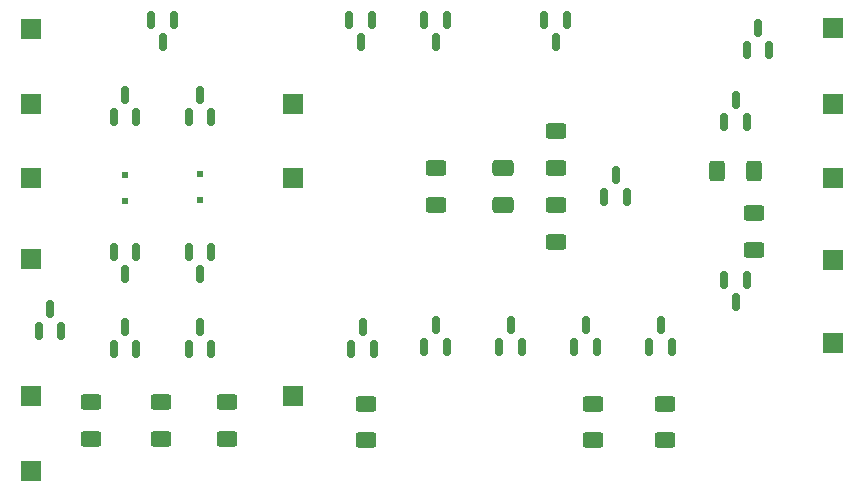
<source format=gts>
%TF.GenerationSoftware,KiCad,Pcbnew,(6.0.10)*%
%TF.CreationDate,2023-05-18T02:01:34+05:30*%
%TF.ProjectId,EVM_741_signal_routing,45564d5f-3734-4315-9f73-69676e616c5f,rev?*%
%TF.SameCoordinates,Original*%
%TF.FileFunction,Soldermask,Top*%
%TF.FilePolarity,Negative*%
%FSLAX46Y46*%
G04 Gerber Fmt 4.6, Leading zero omitted, Abs format (unit mm)*
G04 Created by KiCad (PCBNEW (6.0.10)) date 2023-05-18 02:01:34*
%MOMM*%
%LPD*%
G01*
G04 APERTURE LIST*
G04 Aperture macros list*
%AMRoundRect*
0 Rectangle with rounded corners*
0 $1 Rounding radius*
0 $2 $3 $4 $5 $6 $7 $8 $9 X,Y pos of 4 corners*
0 Add a 4 corners polygon primitive as box body*
4,1,4,$2,$3,$4,$5,$6,$7,$8,$9,$2,$3,0*
0 Add four circle primitives for the rounded corners*
1,1,$1+$1,$2,$3*
1,1,$1+$1,$4,$5*
1,1,$1+$1,$6,$7*
1,1,$1+$1,$8,$9*
0 Add four rect primitives between the rounded corners*
20,1,$1+$1,$2,$3,$4,$5,0*
20,1,$1+$1,$4,$5,$6,$7,0*
20,1,$1+$1,$6,$7,$8,$9,0*
20,1,$1+$1,$8,$9,$2,$3,0*%
G04 Aperture macros list end*
%ADD10R,1.700000X1.700000*%
%ADD11RoundRect,0.250000X-0.650000X0.412500X-0.650000X-0.412500X0.650000X-0.412500X0.650000X0.412500X0*%
%ADD12R,0.500000X0.500000*%
%ADD13RoundRect,0.150000X0.150000X-0.587500X0.150000X0.587500X-0.150000X0.587500X-0.150000X-0.587500X0*%
%ADD14RoundRect,0.150000X-0.150000X0.587500X-0.150000X-0.587500X0.150000X-0.587500X0.150000X0.587500X0*%
%ADD15RoundRect,0.250000X-0.625000X0.400000X-0.625000X-0.400000X0.625000X-0.400000X0.625000X0.400000X0*%
%ADD16RoundRect,0.250000X-0.400000X-0.625000X0.400000X-0.625000X0.400000X0.625000X-0.400000X0.625000X0*%
G04 APERTURE END LIST*
D10*
%TO.C,J14*%
X112395000Y-72390000D03*
%TD*%
%TO.C,J13*%
X112395000Y-45720000D03*
%TD*%
%TO.C,J12*%
X44450000Y-65322500D03*
%TD*%
%TO.C,J11*%
X112395000Y-65405000D03*
%TD*%
%TO.C,J10*%
X112395000Y-58420000D03*
%TD*%
%TO.C,J9*%
X66675000Y-58420000D03*
%TD*%
%TO.C,J8*%
X44450000Y-58420000D03*
%TD*%
%TO.C,J7*%
X44450000Y-45797500D03*
%TD*%
%TO.C,J4*%
X44450000Y-83262500D03*
%TD*%
%TO.C,J3*%
X44450000Y-52147500D03*
%TD*%
D11*
%TO.C,C1*%
X84455000Y-57570000D03*
X84455000Y-60695000D03*
%TD*%
D12*
%TO.C,D2*%
X58807500Y-60297500D03*
X58807500Y-58097500D03*
%TD*%
D13*
%TO.C,Q17*%
X96840000Y-72770000D03*
X98740000Y-72770000D03*
X97790000Y-70895000D03*
%TD*%
%TO.C,Q22*%
X84140000Y-72770000D03*
X86040000Y-72770000D03*
X85090000Y-70895000D03*
%TD*%
%TO.C,Q11*%
X77790000Y-72770000D03*
X79690000Y-72770000D03*
X78740000Y-70895000D03*
%TD*%
%TO.C,Q7*%
X45157500Y-71422500D03*
X47057500Y-71422500D03*
X46107500Y-69547500D03*
%TD*%
D14*
%TO.C,Q13*%
X89850000Y-45070000D03*
X87950000Y-45070000D03*
X88900000Y-46945000D03*
%TD*%
D13*
%TO.C,Q1*%
X51507500Y-53250000D03*
X53407500Y-53250000D03*
X52457500Y-51375000D03*
%TD*%
%TO.C,Q18*%
X93030000Y-60070000D03*
X94930000Y-60070000D03*
X93980000Y-58195000D03*
%TD*%
D15*
%TO.C,R5*%
X78740000Y-57582500D03*
X78740000Y-60682500D03*
%TD*%
D10*
%TO.C,J2*%
X66675000Y-52147500D03*
%TD*%
%TO.C,J1*%
X44450000Y-76912500D03*
%TD*%
D15*
%TO.C,R7*%
X88900000Y-54499564D03*
X88900000Y-57599564D03*
%TD*%
%TO.C,R8*%
X88900000Y-60757500D03*
X88900000Y-63857500D03*
%TD*%
%TO.C,R10*%
X105715000Y-61407500D03*
X105715000Y-64507500D03*
%TD*%
%TO.C,R1*%
X49587500Y-77432500D03*
X49587500Y-80532500D03*
%TD*%
D13*
%TO.C,Q14*%
X105095000Y-47595000D03*
X106995000Y-47595000D03*
X106045000Y-45720000D03*
%TD*%
%TO.C,Q5*%
X51507500Y-72935000D03*
X53407500Y-72935000D03*
X52457500Y-71060000D03*
%TD*%
D15*
%TO.C,R2*%
X61042500Y-77432500D03*
X61042500Y-80532500D03*
%TD*%
D14*
%TO.C,Q4*%
X59757500Y-64710000D03*
X57857500Y-64710000D03*
X58807500Y-66585000D03*
%TD*%
D15*
%TO.C,R12*%
X92075000Y-77547500D03*
X92075000Y-80647500D03*
%TD*%
D14*
%TO.C,Q20*%
X105090000Y-67100000D03*
X103190000Y-67100000D03*
X104140000Y-68975000D03*
%TD*%
D13*
%TO.C,Q10*%
X71602500Y-72935000D03*
X73502500Y-72935000D03*
X72552500Y-71060000D03*
%TD*%
%TO.C,Q15*%
X103190000Y-53735000D03*
X105090000Y-53735000D03*
X104140000Y-51860000D03*
%TD*%
D12*
%TO.C,D1*%
X52457500Y-60397500D03*
X52457500Y-58197500D03*
%TD*%
D10*
%TO.C,J6*%
X112395000Y-52147500D03*
%TD*%
D13*
%TO.C,Q6*%
X57857500Y-72935000D03*
X59757500Y-72935000D03*
X58807500Y-71060000D03*
%TD*%
D14*
%TO.C,Q8*%
X56582500Y-45070000D03*
X54682500Y-45070000D03*
X55632500Y-46945000D03*
%TD*%
%TO.C,Q3*%
X53407500Y-64710000D03*
X51507500Y-64710000D03*
X52457500Y-66585000D03*
%TD*%
%TO.C,Q12*%
X79690000Y-45070000D03*
X77790000Y-45070000D03*
X78740000Y-46945000D03*
%TD*%
D15*
%TO.C,R4*%
X72860000Y-77547500D03*
X72860000Y-80647500D03*
%TD*%
D13*
%TO.C,Q2*%
X57857500Y-53250000D03*
X59757500Y-53250000D03*
X58807500Y-51375000D03*
%TD*%
D14*
%TO.C,Q9*%
X73340000Y-45070000D03*
X71440000Y-45070000D03*
X72390000Y-46945000D03*
%TD*%
D15*
%TO.C,R11*%
X98120000Y-77547500D03*
X98120000Y-80647500D03*
%TD*%
D16*
%TO.C,R9*%
X102590000Y-57877500D03*
X105690000Y-57877500D03*
%TD*%
D10*
%TO.C,J5*%
X66675000Y-76912500D03*
%TD*%
D15*
%TO.C,R3*%
X55467500Y-77432500D03*
X55467500Y-80532500D03*
%TD*%
D13*
%TO.C,Q16*%
X90490000Y-72770000D03*
X92390000Y-72770000D03*
X91440000Y-70895000D03*
%TD*%
M02*

</source>
